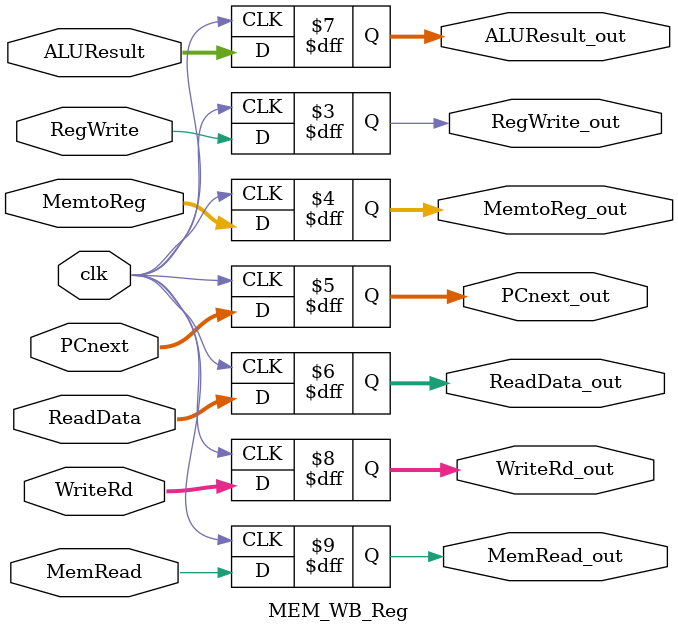
<source format=v>
`timescale 1ns / 1ps


module MEM_WB_Reg(
    input wire clk,
    input wire RegWrite, // WB1
    input wire[1:0] MemtoReg, //WB2
    input wire[31:0] PCnext,
    input wire[31:0] ReadData,
    input wire[31:0] ALUResult,
    input wire[4:0] WriteRd,
    input wire MemRead, 
    output reg RegWrite_out, // WB1
    output reg[1:0] MemtoReg_out, // WB2
    output reg[31:0] PCnext_out,
    output reg[31:0] ReadData_out,
    output reg[31:0] ALUResult_out,
    output reg[4:0] WriteRd_out,
    output reg MemRead_out
    );

    initial begin
        RegWrite_out = 1'b0;
        MemtoReg_out = 2'b0;
        PCnext_out = 32'b0;
        ReadData_out = 32'b0;
        ALUResult_out = 32'b0;
        WriteRd_out = 5'b0;
        MemRead_out = 1'b0;
    end

    always @(posedge clk ) begin
        RegWrite_out <= RegWrite;
        MemtoReg_out <= MemtoReg;
        PCnext_out <= PCnext;
        ReadData_out <= ReadData;
        ALUResult_out <= ALUResult;
        WriteRd_out <= WriteRd;
        MemRead_out <= MemRead;
    end
endmodule

</source>
